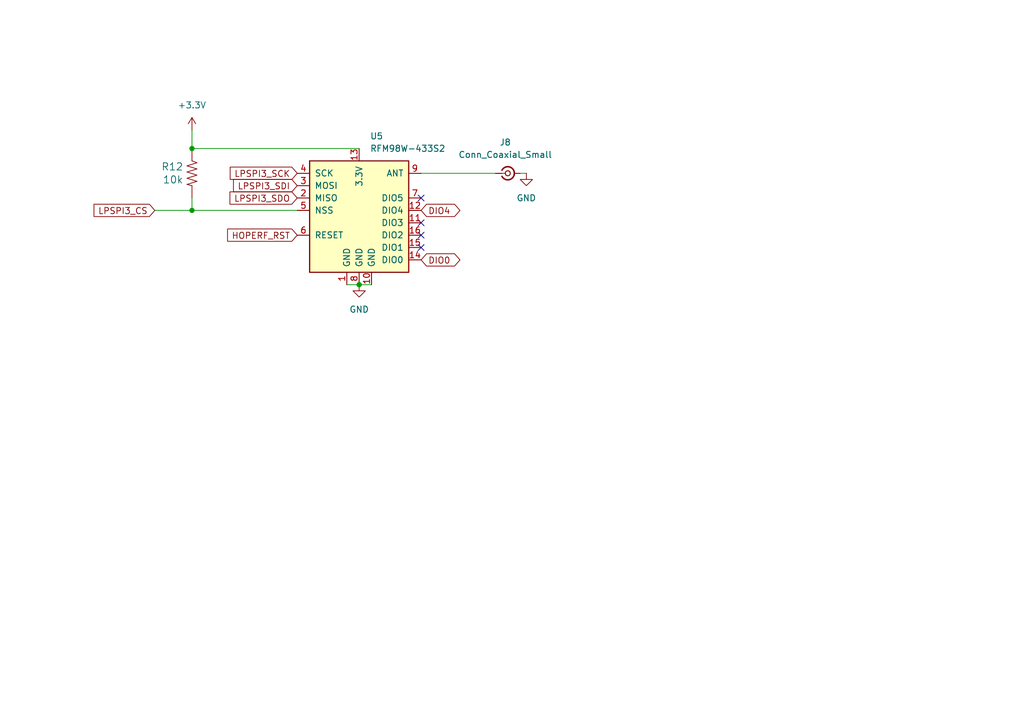
<source format=kicad_sch>
(kicad_sch
	(version 20231120)
	(generator "eeschema")
	(generator_version "8.0")
	(uuid "68e68b1f-344d-41af-ad48-16cfda0704d3")
	(paper "A5")
	(title_block
		(title "RT1050 DevBoard for Project Horizon")
		(rev "v1")
		(company "Northeastern University")
		(comment 1 "Built by Madhav Kapa")
	)
	(lib_symbols
		(symbol "Connector:Conn_Coaxial_Small"
			(pin_numbers hide)
			(pin_names
				(offset 1.016) hide)
			(exclude_from_sim no)
			(in_bom yes)
			(on_board yes)
			(property "Reference" "J"
				(at 0.254 3.048 0)
				(effects
					(font
						(size 1.27 1.27)
					)
				)
			)
			(property "Value" "Conn_Coaxial_Small"
				(at 0 -3.81 0)
				(effects
					(font
						(size 1.27 1.27)
					)
				)
			)
			(property "Footprint" ""
				(at 0 0 0)
				(effects
					(font
						(size 1.27 1.27)
					)
					(hide yes)
				)
			)
			(property "Datasheet" "~"
				(at 0 0 0)
				(effects
					(font
						(size 1.27 1.27)
					)
					(hide yes)
				)
			)
			(property "Description" "small coaxial connector (BNC, SMA, SMB, SMC, Cinch/RCA, LEMO, ...)"
				(at 0 0 0)
				(effects
					(font
						(size 1.27 1.27)
					)
					(hide yes)
				)
			)
			(property "ki_keywords" "BNC SMA SMB SMC LEMO coaxial connector CINCH RCA MCX MMCX U.FL UMRF"
				(at 0 0 0)
				(effects
					(font
						(size 1.27 1.27)
					)
					(hide yes)
				)
			)
			(property "ki_fp_filters" "*BNC* *SMA* *SMB* *SMC* *Cinch* *LEMO* *UMRF* *MCX* *U.FL*"
				(at 0 0 0)
				(effects
					(font
						(size 1.27 1.27)
					)
					(hide yes)
				)
			)
			(symbol "Conn_Coaxial_Small_0_1"
				(polyline
					(pts
						(xy -2.54 0) (xy -0.508 0)
					)
					(stroke
						(width 0)
						(type default)
					)
					(fill
						(type none)
					)
				)
				(circle
					(center 0 0)
					(radius 0.508)
					(stroke
						(width 0.2032)
						(type default)
					)
					(fill
						(type none)
					)
				)
			)
			(symbol "Conn_Coaxial_Small_1_1"
				(arc
					(start -1.1916 -0.6311)
					(mid 0.327 -1.3081)
					(end 1.3484 0.0039)
					(stroke
						(width 0.3048)
						(type default)
					)
					(fill
						(type none)
					)
				)
				(arc
					(start 1.3484 -0.0039)
					(mid 0.327 1.3081)
					(end -1.1916 0.6311)
					(stroke
						(width 0.3048)
						(type default)
					)
					(fill
						(type none)
					)
				)
				(pin passive line
					(at -2.54 0 0)
					(length 1.27)
					(name "In"
						(effects
							(font
								(size 1.27 1.27)
							)
						)
					)
					(number "1"
						(effects
							(font
								(size 1.27 1.27)
							)
						)
					)
				)
				(pin passive line
					(at 2.54 0 180)
					(length 1.27)
					(name "Ext"
						(effects
							(font
								(size 1.27 1.27)
							)
						)
					)
					(number "2"
						(effects
							(font
								(size 1.27 1.27)
							)
						)
					)
				)
			)
		)
		(symbol "RF_Module:RFM98W-433S2"
			(pin_names
				(offset 1.016)
			)
			(exclude_from_sim no)
			(in_bom yes)
			(on_board yes)
			(property "Reference" "U"
				(at -10.414 11.684 0)
				(effects
					(font
						(size 1.27 1.27)
					)
					(justify left)
				)
			)
			(property "Value" "RFM98W-433S2"
				(at 1.524 11.43 0)
				(effects
					(font
						(size 1.27 1.27)
					)
					(justify left)
				)
			)
			(property "Footprint" ""
				(at -83.82 41.91 0)
				(effects
					(font
						(size 1.27 1.27)
					)
					(hide yes)
				)
			)
			(property "Datasheet" "https://www.hoperf.com/data/upload/portal/20181127/5bfcdb5e17543.pdf"
				(at -83.82 41.91 0)
				(effects
					(font
						(size 1.27 1.27)
					)
					(hide yes)
				)
			)
			(property "Description" "Low power long range transceiver module, SPI and parallel interface, 433 MHz, spreading factor 6 to12, bandwidth 7.8 to 500kHz, -111 to -148 dBm, SMD-16, DIP-16"
				(at 0 0 0)
				(effects
					(font
						(size 1.27 1.27)
					)
					(hide yes)
				)
			)
			(property "ki_keywords" "Low power long range transceiver module"
				(at 0 0 0)
				(effects
					(font
						(size 1.27 1.27)
					)
					(hide yes)
				)
			)
			(property "ki_fp_filters" "HOPERF*RFM9XW*"
				(at 0 0 0)
				(effects
					(font
						(size 1.27 1.27)
					)
					(hide yes)
				)
			)
			(symbol "RFM98W-433S2_0_1"
				(rectangle
					(start -10.16 10.16)
					(end 10.16 -12.7)
					(stroke
						(width 0.254)
						(type default)
					)
					(fill
						(type background)
					)
				)
			)
			(symbol "RFM98W-433S2_1_1"
				(pin power_in line
					(at -2.54 -15.24 90)
					(length 2.54)
					(name "GND"
						(effects
							(font
								(size 1.27 1.27)
							)
						)
					)
					(number "1"
						(effects
							(font
								(size 1.27 1.27)
							)
						)
					)
				)
				(pin power_in line
					(at 2.54 -15.24 90)
					(length 2.54)
					(name "GND"
						(effects
							(font
								(size 1.27 1.27)
							)
						)
					)
					(number "10"
						(effects
							(font
								(size 1.27 1.27)
							)
						)
					)
				)
				(pin bidirectional line
					(at 12.7 -2.54 180)
					(length 2.54)
					(name "DIO3"
						(effects
							(font
								(size 1.27 1.27)
							)
						)
					)
					(number "11"
						(effects
							(font
								(size 1.27 1.27)
							)
						)
					)
				)
				(pin bidirectional line
					(at 12.7 0 180)
					(length 2.54)
					(name "DIO4"
						(effects
							(font
								(size 1.27 1.27)
							)
						)
					)
					(number "12"
						(effects
							(font
								(size 1.27 1.27)
							)
						)
					)
				)
				(pin power_in line
					(at 0 12.7 270)
					(length 2.54)
					(name "3.3V"
						(effects
							(font
								(size 1.27 1.27)
							)
						)
					)
					(number "13"
						(effects
							(font
								(size 1.27 1.27)
							)
						)
					)
				)
				(pin bidirectional line
					(at 12.7 -10.16 180)
					(length 2.54)
					(name "DIO0"
						(effects
							(font
								(size 1.27 1.27)
							)
						)
					)
					(number "14"
						(effects
							(font
								(size 1.27 1.27)
							)
						)
					)
				)
				(pin bidirectional line
					(at 12.7 -7.62 180)
					(length 2.54)
					(name "DIO1"
						(effects
							(font
								(size 1.27 1.27)
							)
						)
					)
					(number "15"
						(effects
							(font
								(size 1.27 1.27)
							)
						)
					)
				)
				(pin bidirectional line
					(at 12.7 -5.08 180)
					(length 2.54)
					(name "DIO2"
						(effects
							(font
								(size 1.27 1.27)
							)
						)
					)
					(number "16"
						(effects
							(font
								(size 1.27 1.27)
							)
						)
					)
				)
				(pin output line
					(at -12.7 2.54 0)
					(length 2.54)
					(name "MISO"
						(effects
							(font
								(size 1.27 1.27)
							)
						)
					)
					(number "2"
						(effects
							(font
								(size 1.27 1.27)
							)
						)
					)
				)
				(pin input line
					(at -12.7 5.08 0)
					(length 2.54)
					(name "MOSI"
						(effects
							(font
								(size 1.27 1.27)
							)
						)
					)
					(number "3"
						(effects
							(font
								(size 1.27 1.27)
							)
						)
					)
				)
				(pin input line
					(at -12.7 7.62 0)
					(length 2.54)
					(name "SCK"
						(effects
							(font
								(size 1.27 1.27)
							)
						)
					)
					(number "4"
						(effects
							(font
								(size 1.27 1.27)
							)
						)
					)
				)
				(pin input line
					(at -12.7 0 0)
					(length 2.54)
					(name "NSS"
						(effects
							(font
								(size 1.27 1.27)
							)
						)
					)
					(number "5"
						(effects
							(font
								(size 1.27 1.27)
							)
						)
					)
				)
				(pin bidirectional line
					(at -12.7 -5.08 0)
					(length 2.54)
					(name "RESET"
						(effects
							(font
								(size 1.27 1.27)
							)
						)
					)
					(number "6"
						(effects
							(font
								(size 1.27 1.27)
							)
						)
					)
				)
				(pin bidirectional line
					(at 12.7 2.54 180)
					(length 2.54)
					(name "DIO5"
						(effects
							(font
								(size 1.27 1.27)
							)
						)
					)
					(number "7"
						(effects
							(font
								(size 1.27 1.27)
							)
						)
					)
				)
				(pin power_in line
					(at 0 -15.24 90)
					(length 2.54)
					(name "GND"
						(effects
							(font
								(size 1.27 1.27)
							)
						)
					)
					(number "8"
						(effects
							(font
								(size 1.27 1.27)
							)
						)
					)
				)
				(pin bidirectional line
					(at 12.7 7.62 180)
					(length 2.54)
					(name "ANT"
						(effects
							(font
								(size 1.27 1.27)
							)
						)
					)
					(number "9"
						(effects
							(font
								(size 1.27 1.27)
							)
						)
					)
				)
			)
		)
		(symbol "mainboard:10KOHM-1_10W-1%(0603)0603"
			(pin_names
				(offset 1.016)
			)
			(exclude_from_sim no)
			(in_bom yes)
			(on_board yes)
			(property "Reference" "R"
				(at -3.81 1.4986 0)
				(effects
					(font
						(size 1.4986 1.4986)
					)
					(justify left bottom)
				)
			)
			(property "Value" "10KOHM-1_10W-1%(0603)0603"
				(at -3.81 -3.302 0)
				(effects
					(font
						(size 1.4986 1.4986)
					)
					(justify left bottom)
				)
			)
			(property "Footprint" ""
				(at 0 0 0)
				(effects
					(font
						(size 1.27 1.27)
					)
					(hide yes)
				)
			)
			(property "Datasheet" ""
				(at 0 0 0)
				(effects
					(font
						(size 1.27 1.27)
					)
					(hide yes)
				)
			)
			(property "Description" ""
				(at 0 0 0)
				(effects
					(font
						(size 1.27 1.27)
					)
					(hide yes)
				)
			)
			(property "ki_locked" ""
				(at 0 0 0)
				(effects
					(font
						(size 1.27 1.27)
					)
				)
			)
			(symbol "10KOHM-1_10W-1%(0603)0603_1_0"
				(polyline
					(pts
						(xy -2.54 0) (xy -2.159 1.016)
					)
					(stroke
						(width 0)
						(type default)
					)
					(fill
						(type none)
					)
				)
				(polyline
					(pts
						(xy -2.159 1.016) (xy -1.524 -1.016)
					)
					(stroke
						(width 0)
						(type default)
					)
					(fill
						(type none)
					)
				)
				(polyline
					(pts
						(xy -1.524 -1.016) (xy -0.889 1.016)
					)
					(stroke
						(width 0)
						(type default)
					)
					(fill
						(type none)
					)
				)
				(polyline
					(pts
						(xy -0.889 1.016) (xy -0.254 -1.016)
					)
					(stroke
						(width 0)
						(type default)
					)
					(fill
						(type none)
					)
				)
				(polyline
					(pts
						(xy -0.254 -1.016) (xy 0.381 1.016)
					)
					(stroke
						(width 0)
						(type default)
					)
					(fill
						(type none)
					)
				)
				(polyline
					(pts
						(xy 0.381 1.016) (xy 1.016 -1.016)
					)
					(stroke
						(width 0)
						(type default)
					)
					(fill
						(type none)
					)
				)
				(polyline
					(pts
						(xy 1.016 -1.016) (xy 1.651 1.016)
					)
					(stroke
						(width 0)
						(type default)
					)
					(fill
						(type none)
					)
				)
				(polyline
					(pts
						(xy 1.651 1.016) (xy 2.286 -1.016)
					)
					(stroke
						(width 0)
						(type default)
					)
					(fill
						(type none)
					)
				)
				(polyline
					(pts
						(xy 2.286 -1.016) (xy 2.54 0)
					)
					(stroke
						(width 0)
						(type default)
					)
					(fill
						(type none)
					)
				)
				(pin passive line
					(at -5.08 0 0)
					(length 2.54)
					(name "1"
						(effects
							(font
								(size 0 0)
							)
						)
					)
					(number "1"
						(effects
							(font
								(size 0 0)
							)
						)
					)
				)
				(pin passive line
					(at 5.08 0 180)
					(length 2.54)
					(name "2"
						(effects
							(font
								(size 0 0)
							)
						)
					)
					(number "2"
						(effects
							(font
								(size 0 0)
							)
						)
					)
				)
			)
		)
		(symbol "power:+3.3V"
			(power)
			(pin_numbers hide)
			(pin_names
				(offset 0) hide)
			(exclude_from_sim no)
			(in_bom yes)
			(on_board yes)
			(property "Reference" "#PWR"
				(at 0 -3.81 0)
				(effects
					(font
						(size 1.27 1.27)
					)
					(hide yes)
				)
			)
			(property "Value" "+3.3V"
				(at 0 3.556 0)
				(effects
					(font
						(size 1.27 1.27)
					)
				)
			)
			(property "Footprint" ""
				(at 0 0 0)
				(effects
					(font
						(size 1.27 1.27)
					)
					(hide yes)
				)
			)
			(property "Datasheet" ""
				(at 0 0 0)
				(effects
					(font
						(size 1.27 1.27)
					)
					(hide yes)
				)
			)
			(property "Description" "Power symbol creates a global label with name \"+3.3V\""
				(at 0 0 0)
				(effects
					(font
						(size 1.27 1.27)
					)
					(hide yes)
				)
			)
			(property "ki_keywords" "global power"
				(at 0 0 0)
				(effects
					(font
						(size 1.27 1.27)
					)
					(hide yes)
				)
			)
			(symbol "+3.3V_0_1"
				(polyline
					(pts
						(xy -0.762 1.27) (xy 0 2.54)
					)
					(stroke
						(width 0)
						(type default)
					)
					(fill
						(type none)
					)
				)
				(polyline
					(pts
						(xy 0 0) (xy 0 2.54)
					)
					(stroke
						(width 0)
						(type default)
					)
					(fill
						(type none)
					)
				)
				(polyline
					(pts
						(xy 0 2.54) (xy 0.762 1.27)
					)
					(stroke
						(width 0)
						(type default)
					)
					(fill
						(type none)
					)
				)
			)
			(symbol "+3.3V_1_1"
				(pin power_in line
					(at 0 0 90)
					(length 0)
					(name "~"
						(effects
							(font
								(size 1.27 1.27)
							)
						)
					)
					(number "1"
						(effects
							(font
								(size 1.27 1.27)
							)
						)
					)
				)
			)
		)
		(symbol "power:GND"
			(power)
			(pin_numbers hide)
			(pin_names
				(offset 0) hide)
			(exclude_from_sim no)
			(in_bom yes)
			(on_board yes)
			(property "Reference" "#PWR"
				(at 0 -6.35 0)
				(effects
					(font
						(size 1.27 1.27)
					)
					(hide yes)
				)
			)
			(property "Value" "GND"
				(at 0 -3.81 0)
				(effects
					(font
						(size 1.27 1.27)
					)
				)
			)
			(property "Footprint" ""
				(at 0 0 0)
				(effects
					(font
						(size 1.27 1.27)
					)
					(hide yes)
				)
			)
			(property "Datasheet" ""
				(at 0 0 0)
				(effects
					(font
						(size 1.27 1.27)
					)
					(hide yes)
				)
			)
			(property "Description" "Power symbol creates a global label with name \"GND\" , ground"
				(at 0 0 0)
				(effects
					(font
						(size 1.27 1.27)
					)
					(hide yes)
				)
			)
			(property "ki_keywords" "global power"
				(at 0 0 0)
				(effects
					(font
						(size 1.27 1.27)
					)
					(hide yes)
				)
			)
			(symbol "GND_0_1"
				(polyline
					(pts
						(xy 0 0) (xy 0 -1.27) (xy 1.27 -1.27) (xy 0 -2.54) (xy -1.27 -1.27) (xy 0 -1.27)
					)
					(stroke
						(width 0)
						(type default)
					)
					(fill
						(type none)
					)
				)
			)
			(symbol "GND_1_1"
				(pin power_in line
					(at 0 0 270)
					(length 0)
					(name "~"
						(effects
							(font
								(size 1.27 1.27)
							)
						)
					)
					(number "1"
						(effects
							(font
								(size 1.27 1.27)
							)
						)
					)
				)
			)
		)
	)
	(junction
		(at 73.66 58.42)
		(diameter 0)
		(color 0 0 0 0)
		(uuid "ac68ea88-c3d5-4748-9dfa-90f7ad338972")
	)
	(junction
		(at 39.37 30.48)
		(diameter 0)
		(color 0 0 0 0)
		(uuid "c78f02b3-a1c2-429f-aaa6-0994394dc120")
	)
	(junction
		(at 39.37 43.18)
		(diameter 0)
		(color 0 0 0 0)
		(uuid "dcff8445-21ef-4f3c-90ec-06bc683aec9a")
	)
	(no_connect
		(at 86.36 40.64)
		(uuid "1694742b-387f-4ccd-9a73-d80b1ff9206c")
	)
	(no_connect
		(at 86.36 45.72)
		(uuid "4c4b2957-6a57-4369-8ce5-44d78dfe8693")
	)
	(no_connect
		(at 86.36 48.26)
		(uuid "559723b1-18e5-4aee-bc57-9a0f6738c3f8")
	)
	(no_connect
		(at 86.36 50.8)
		(uuid "c4029bd7-b1d2-4fe6-b6d3-76df22b96302")
	)
	(wire
		(pts
			(xy 39.37 40.64) (xy 39.37 43.18)
		)
		(stroke
			(width 0)
			(type default)
		)
		(uuid "0509d5bc-f770-45a0-8579-8e3bda23936b")
	)
	(wire
		(pts
			(xy 86.36 35.56) (xy 101.6 35.56)
		)
		(stroke
			(width 0)
			(type default)
		)
		(uuid "219dc719-a2c8-4c51-9470-4740c3355420")
	)
	(wire
		(pts
			(xy 39.37 30.48) (xy 73.66 30.48)
		)
		(stroke
			(width 0)
			(type default)
		)
		(uuid "2fac1b88-a42c-4020-bbfc-1400b67ec497")
	)
	(wire
		(pts
			(xy 31.75 43.18) (xy 39.37 43.18)
		)
		(stroke
			(width 0)
			(type default)
		)
		(uuid "3db7ae65-643a-4426-b1ef-f135c6113a55")
	)
	(wire
		(pts
			(xy 107.95 35.56) (xy 106.68 35.56)
		)
		(stroke
			(width 0)
			(type default)
		)
		(uuid "42e635cb-5b62-4228-bf3b-dc014c8e0e61")
	)
	(wire
		(pts
			(xy 73.66 58.42) (xy 76.2 58.42)
		)
		(stroke
			(width 0)
			(type default)
		)
		(uuid "47b9ce04-10c5-439b-9e45-ff2f73e1feb0")
	)
	(wire
		(pts
			(xy 71.12 58.42) (xy 73.66 58.42)
		)
		(stroke
			(width 0)
			(type default)
		)
		(uuid "61163e7a-210b-460c-8c5e-ac7eb007dbb9")
	)
	(wire
		(pts
			(xy 60.96 43.18) (xy 39.37 43.18)
		)
		(stroke
			(width 0)
			(type default)
		)
		(uuid "82d17075-7af7-46d2-bc75-2dd477ef36a7")
	)
	(wire
		(pts
			(xy 39.37 26.67) (xy 39.37 30.48)
		)
		(stroke
			(width 0)
			(type default)
		)
		(uuid "c9c37409-eb44-4f5f-8ee9-0d5434f633d2")
	)
	(global_label "DIO0"
		(shape bidirectional)
		(at 86.36 53.34 0)
		(effects
			(font
				(size 1.27 1.27)
			)
			(justify left)
		)
		(uuid "2400bc82-5c21-4fd7-800a-48203b8b8f20")
		(property "Intersheetrefs" "${INTERSHEET_REFS}"
			(at 86.36 53.34 0)
			(effects
				(font
					(size 1.27 1.27)
				)
				(hide yes)
			)
		)
	)
	(global_label "LPSPI3_SDI"
		(shape input)
		(at 60.96 38.1 180)
		(fields_autoplaced yes)
		(effects
			(font
				(size 1.27 1.27)
			)
			(justify right)
		)
		(uuid "27c1f6f8-4bb5-4aa6-b9df-97f55222032c")
		(property "Intersheetrefs" "${INTERSHEET_REFS}"
			(at 47.331 38.1 0)
			(effects
				(font
					(size 1.27 1.27)
				)
				(justify right)
				(hide yes)
			)
		)
	)
	(global_label "LPSPI3_SDO"
		(shape input)
		(at 60.96 40.64 180)
		(fields_autoplaced yes)
		(effects
			(font
				(size 1.27 1.27)
			)
			(justify right)
		)
		(uuid "3489b632-8ba4-4fd0-87ee-33723e3bc09e")
		(property "Intersheetrefs" "${INTERSHEET_REFS}"
			(at 46.6053 40.64 0)
			(effects
				(font
					(size 1.27 1.27)
				)
				(justify right)
				(hide yes)
			)
		)
	)
	(global_label "LPSPI3_CS"
		(shape input)
		(at 31.75 43.18 180)
		(fields_autoplaced yes)
		(effects
			(font
				(size 1.27 1.27)
			)
			(justify right)
		)
		(uuid "6defdc38-40da-4923-b63e-af9ffa79b819")
		(property "Intersheetrefs" "${INTERSHEET_REFS}"
			(at 18.7258 43.18 0)
			(effects
				(font
					(size 1.27 1.27)
				)
				(justify right)
				(hide yes)
			)
		)
	)
	(global_label "DIO4"
		(shape bidirectional)
		(at 86.36 43.18 0)
		(effects
			(font
				(size 1.27 1.27)
			)
			(justify left)
		)
		(uuid "8ce5841e-868e-49f1-81f1-9379a8ecdd25")
		(property "Intersheetrefs" "${INTERSHEET_REFS}"
			(at 86.36 43.18 0)
			(effects
				(font
					(size 1.27 1.27)
				)
				(hide yes)
			)
		)
	)
	(global_label "HOPERF_RST"
		(shape input)
		(at 60.96 48.26 180)
		(fields_autoplaced yes)
		(effects
			(font
				(size 1.27 1.27)
			)
			(justify right)
		)
		(uuid "bf5a8cfa-60da-4163-ab6b-46c52953c3c3")
		(property "Intersheetrefs" "${INTERSHEET_REFS}"
			(at 46.1215 48.26 0)
			(effects
				(font
					(size 1.27 1.27)
				)
				(justify right)
				(hide yes)
			)
		)
	)
	(global_label "LPSPI3_SCK"
		(shape input)
		(at 60.96 35.56 180)
		(fields_autoplaced yes)
		(effects
			(font
				(size 1.27 1.27)
			)
			(justify right)
		)
		(uuid "d13f98fc-c228-4ed1-ba95-85cfed414fc9")
		(property "Intersheetrefs" "${INTERSHEET_REFS}"
			(at 46.6658 35.56 0)
			(effects
				(font
					(size 1.27 1.27)
				)
				(justify right)
				(hide yes)
			)
		)
	)
	(symbol
		(lib_id "power:+3.3V")
		(at 39.37 26.67 0)
		(unit 1)
		(exclude_from_sim no)
		(in_bom yes)
		(on_board yes)
		(dnp no)
		(fields_autoplaced yes)
		(uuid "09ff579c-6cd5-4be6-98da-ef3124370da7")
		(property "Reference" "#PWR048"
			(at 39.37 30.48 0)
			(effects
				(font
					(size 1.27 1.27)
				)
				(hide yes)
			)
		)
		(property "Value" "+3.3V"
			(at 39.37 21.59 0)
			(effects
				(font
					(size 1.27 1.27)
				)
			)
		)
		(property "Footprint" ""
			(at 39.37 26.67 0)
			(effects
				(font
					(size 1.27 1.27)
				)
				(hide yes)
			)
		)
		(property "Datasheet" ""
			(at 39.37 26.67 0)
			(effects
				(font
					(size 1.27 1.27)
				)
				(hide yes)
			)
		)
		(property "Description" "Power symbol creates a global label with name \"+3.3V\""
			(at 39.37 26.67 0)
			(effects
				(font
					(size 1.27 1.27)
				)
				(hide yes)
			)
		)
		(pin "1"
			(uuid "6174db39-7053-49cb-9be8-b5826e4257d2")
		)
		(instances
			(project ""
				(path "/dd9d031d-43a1-4442-b493-27451a14e0d9/fc14ecf5-8f75-43c0-a12a-1b84b2e334ca"
					(reference "#PWR048")
					(unit 1)
				)
			)
		)
	)
	(symbol
		(lib_id "power:GND")
		(at 107.95 35.56 0)
		(unit 1)
		(exclude_from_sim no)
		(in_bom yes)
		(on_board yes)
		(dnp no)
		(fields_autoplaced yes)
		(uuid "1653ed90-3c12-47f1-ba5d-15b1f222deb3")
		(property "Reference" "#PWR069"
			(at 107.95 41.91 0)
			(effects
				(font
					(size 1.27 1.27)
				)
				(hide yes)
			)
		)
		(property "Value" "GND"
			(at 107.95 40.64 0)
			(effects
				(font
					(size 1.27 1.27)
				)
			)
		)
		(property "Footprint" ""
			(at 107.95 35.56 0)
			(effects
				(font
					(size 1.27 1.27)
				)
				(hide yes)
			)
		)
		(property "Datasheet" ""
			(at 107.95 35.56 0)
			(effects
				(font
					(size 1.27 1.27)
				)
				(hide yes)
			)
		)
		(property "Description" "Power symbol creates a global label with name \"GND\" , ground"
			(at 107.95 35.56 0)
			(effects
				(font
					(size 1.27 1.27)
				)
				(hide yes)
			)
		)
		(pin "1"
			(uuid "9acca847-b8a0-4345-98a2-c547e8b8dafb")
		)
		(instances
			(project "RT1050"
				(path "/dd9d031d-43a1-4442-b493-27451a14e0d9/fc14ecf5-8f75-43c0-a12a-1b84b2e334ca"
					(reference "#PWR069")
					(unit 1)
				)
			)
		)
	)
	(symbol
		(lib_id "mainboard:10KOHM-1_10W-1%(0603)0603")
		(at 39.37 35.56 270)
		(unit 1)
		(exclude_from_sim no)
		(in_bom yes)
		(on_board yes)
		(dnp no)
		(uuid "8004bd23-e7e9-429f-bd75-acc0645ac50c")
		(property "Reference" "R12"
			(at 37.6428 34.2138 90)
			(effects
				(font
					(size 1.4986 1.4986)
				)
				(justify right)
			)
		)
		(property "Value" "10k"
			(at 37.6428 36.8808 90)
			(effects
				(font
					(size 1.4986 1.4986)
				)
				(justify right)
			)
		)
		(property "Footprint" "Resistor_SMD:R_0402_1005Metric"
			(at 39.37 35.56 0)
			(effects
				(font
					(size 1.27 1.27)
				)
				(hide yes)
			)
		)
		(property "Datasheet" ""
			(at 39.37 35.56 0)
			(effects
				(font
					(size 1.27 1.27)
				)
				(hide yes)
			)
		)
		(property "Description" "10k 0603"
			(at 40.1828 34.2138 0)
			(effects
				(font
					(size 1.27 1.27)
				)
				(hide yes)
			)
		)
		(property "Flight" ""
			(at 39.37 35.56 0)
			(effects
				(font
					(size 1.27 1.27)
				)
				(hide yes)
			)
		)
		(property "Proto" ""
			(at 39.37 35.56 0)
			(effects
				(font
					(size 1.27 1.27)
				)
				(hide yes)
			)
		)
		(pin "1"
			(uuid "6d11b2e7-dbb0-4943-9a57-521bde6b08fc")
		)
		(pin "2"
			(uuid "96934882-0a11-47f9-bb4c-55192172b559")
		)
		(instances
			(project "RT1050"
				(path "/dd9d031d-43a1-4442-b493-27451a14e0d9/fc14ecf5-8f75-43c0-a12a-1b84b2e334ca"
					(reference "R12")
					(unit 1)
				)
			)
		)
	)
	(symbol
		(lib_id "power:GND")
		(at 73.66 58.42 0)
		(unit 1)
		(exclude_from_sim no)
		(in_bom yes)
		(on_board yes)
		(dnp no)
		(fields_autoplaced yes)
		(uuid "83361228-83b2-46a4-b141-7b5785639827")
		(property "Reference" "#PWR049"
			(at 73.66 64.77 0)
			(effects
				(font
					(size 1.27 1.27)
				)
				(hide yes)
			)
		)
		(property "Value" "GND"
			(at 73.66 63.5 0)
			(effects
				(font
					(size 1.27 1.27)
				)
			)
		)
		(property "Footprint" ""
			(at 73.66 58.42 0)
			(effects
				(font
					(size 1.27 1.27)
				)
				(hide yes)
			)
		)
		(property "Datasheet" ""
			(at 73.66 58.42 0)
			(effects
				(font
					(size 1.27 1.27)
				)
				(hide yes)
			)
		)
		(property "Description" "Power symbol creates a global label with name \"GND\" , ground"
			(at 73.66 58.42 0)
			(effects
				(font
					(size 1.27 1.27)
				)
				(hide yes)
			)
		)
		(pin "1"
			(uuid "4665428c-617b-40d3-b3bd-cbbb1aa915c5")
		)
		(instances
			(project ""
				(path "/dd9d031d-43a1-4442-b493-27451a14e0d9/fc14ecf5-8f75-43c0-a12a-1b84b2e334ca"
					(reference "#PWR049")
					(unit 1)
				)
			)
		)
	)
	(symbol
		(lib_id "Connector:Conn_Coaxial_Small")
		(at 104.14 35.56 0)
		(unit 1)
		(exclude_from_sim no)
		(in_bom yes)
		(on_board yes)
		(dnp no)
		(fields_autoplaced yes)
		(uuid "b0187ec6-e3d1-40de-9012-3f68fa2fa2a9")
		(property "Reference" "J8"
			(at 103.6204 29.21 0)
			(effects
				(font
					(size 1.27 1.27)
				)
			)
		)
		(property "Value" "Conn_Coaxial_Small"
			(at 103.6204 31.75 0)
			(effects
				(font
					(size 1.27 1.27)
				)
			)
		)
		(property "Footprint" "Connector_Coaxial:SMA_Amphenol_132134_Vertical"
			(at 104.14 35.56 0)
			(effects
				(font
					(size 1.27 1.27)
				)
				(hide yes)
			)
		)
		(property "Datasheet" "~"
			(at 104.14 35.56 0)
			(effects
				(font
					(size 1.27 1.27)
				)
				(hide yes)
			)
		)
		(property "Description" "small coaxial connector (BNC, SMA, SMB, SMC, Cinch/RCA, LEMO, ...)"
			(at 104.14 35.56 0)
			(effects
				(font
					(size 1.27 1.27)
				)
				(hide yes)
			)
		)
		(property "Flight" ""
			(at 104.14 35.56 0)
			(effects
				(font
					(size 1.27 1.27)
				)
				(hide yes)
			)
		)
		(property "Proto" ""
			(at 104.14 35.56 0)
			(effects
				(font
					(size 1.27 1.27)
				)
				(hide yes)
			)
		)
		(pin "2"
			(uuid "0cd557ec-a25b-4809-83b8-ca5f6d7840b5")
		)
		(pin "1"
			(uuid "ba1503e3-ce55-4ab7-815b-17ea75307fae")
		)
		(instances
			(project ""
				(path "/dd9d031d-43a1-4442-b493-27451a14e0d9/fc14ecf5-8f75-43c0-a12a-1b84b2e334ca"
					(reference "J8")
					(unit 1)
				)
			)
		)
	)
	(symbol
		(lib_id "RF_Module:RFM98W-433S2")
		(at 73.66 43.18 0)
		(unit 1)
		(exclude_from_sim no)
		(in_bom yes)
		(on_board yes)
		(dnp no)
		(fields_autoplaced yes)
		(uuid "b5722486-3555-436c-bcb5-f255657e6bbd")
		(property "Reference" "U5"
			(at 75.8541 27.94 0)
			(effects
				(font
					(size 1.27 1.27)
				)
				(justify left)
			)
		)
		(property "Value" "RFM98W-433S2"
			(at 75.8541 30.48 0)
			(effects
				(font
					(size 1.27 1.27)
				)
				(justify left)
			)
		)
		(property "Footprint" "footprints:HOPERF_RFM95W_SMD"
			(at -10.16 1.27 0)
			(effects
				(font
					(size 1.27 1.27)
				)
				(hide yes)
			)
		)
		(property "Datasheet" "https://www.hoperf.com/data/upload/portal/20181127/5bfcdb5e17543.pdf"
			(at -10.16 1.27 0)
			(effects
				(font
					(size 1.27 1.27)
				)
				(hide yes)
			)
		)
		(property "Description" "Low power long range transceiver module, SPI and parallel interface, 433 MHz, spreading factor 6 to12, bandwidth 7.8 to 500kHz, -111 to -148 dBm, SMD-16, DIP-16"
			(at 73.66 43.18 0)
			(effects
				(font
					(size 1.27 1.27)
				)
				(hide yes)
			)
		)
		(property "Flight" ""
			(at 73.66 43.18 0)
			(effects
				(font
					(size 1.27 1.27)
				)
				(hide yes)
			)
		)
		(property "Proto" ""
			(at 73.66 43.18 0)
			(effects
				(font
					(size 1.27 1.27)
				)
				(hide yes)
			)
		)
		(pin "4"
			(uuid "37edb08d-6022-4cb8-a479-5c7bf0f42f05")
		)
		(pin "2"
			(uuid "266ecc74-0956-41a6-9e39-9b17a1c2a334")
		)
		(pin "9"
			(uuid "4edee72a-c129-4b3f-89c0-fb798eefde5d")
		)
		(pin "14"
			(uuid "ca1b3829-872f-41f4-9dee-3aa30777643e")
		)
		(pin "15"
			(uuid "df0fb5f5-8682-4c9a-997b-9a893e62ccf2")
		)
		(pin "3"
			(uuid "ab474336-bb31-4c44-8b41-f370ded241c4")
		)
		(pin "6"
			(uuid "3f7030c3-ca73-45cf-9e56-9a5648d667f6")
		)
		(pin "1"
			(uuid "827b2621-1422-4639-9687-7e347919bcd0")
		)
		(pin "10"
			(uuid "70c93b39-fe76-435f-8e24-6b9c8e4e5beb")
		)
		(pin "8"
			(uuid "544d2943-c535-4bb6-97e5-2d45e19927c9")
		)
		(pin "5"
			(uuid "0700f8ec-f6df-4db8-b68d-16a468181319")
		)
		(pin "16"
			(uuid "f627564c-4f36-454c-b425-ad86c7a6d0c3")
		)
		(pin "12"
			(uuid "a49378cd-b616-415c-88b3-2af0438df610")
		)
		(pin "7"
			(uuid "dcc918ec-2a7f-45a4-9e45-ee27f1a846ba")
		)
		(pin "13"
			(uuid "ba52d2ce-720d-4257-9f58-cb157ed71525")
		)
		(pin "11"
			(uuid "2af38a34-51c6-4a33-b273-670fc49ff94b")
		)
		(instances
			(project ""
				(path "/dd9d031d-43a1-4442-b493-27451a14e0d9/fc14ecf5-8f75-43c0-a12a-1b84b2e334ca"
					(reference "U5")
					(unit 1)
				)
			)
		)
	)
)

</source>
